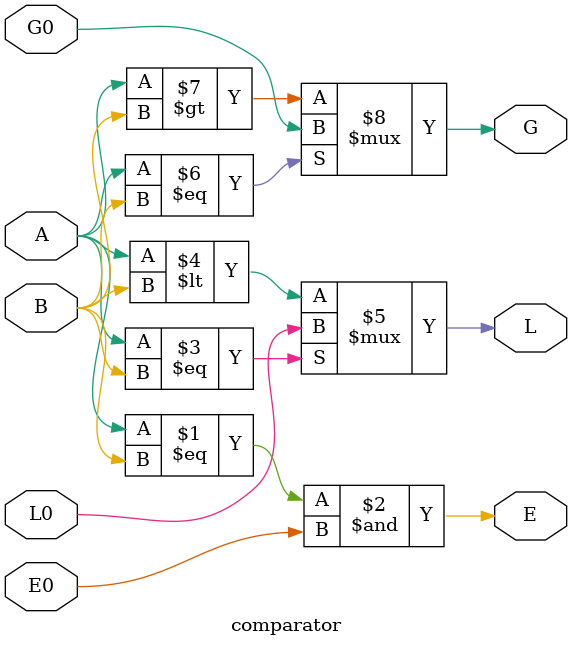
<source format=v>
`timescale 1ns / 1ps
module comparator(
    input A,
    input B,
    input E0,
    input L0,
    input G0,
    output E,
    output L,
    output G,
    );
	 
	 assign E = (A == B) & E0;  
    assign L = A == B ? L0 : A < B;
    assign G = A == B ? G0 : A > B;

endmodule

</source>
